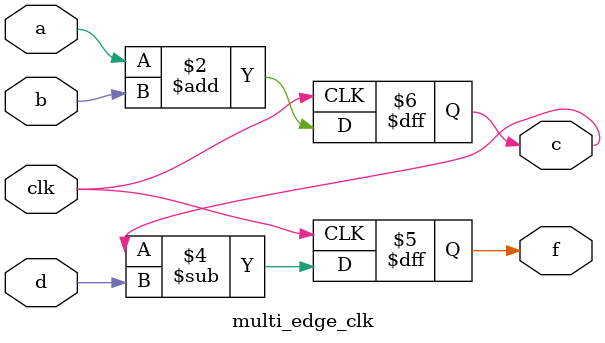
<source format=v>

module mult_edge_clk (a, b, f, clk);
	
	input a, b, clk;
	output reg f; reg t;
	
	always @(posedge clk)
		f <= t & b;
	always @(negedge clk)
		t <= a | b;
endmodule

// Another example

module multi_edge_clk (a, b, c, d, f, clk);

	input a, b, d, clk;
	output reg c, f; 
		
	always @(posedge clk)
		c <= a + b;
	always @(negedge clk)
		f <= c - d;
endmodule

</source>
